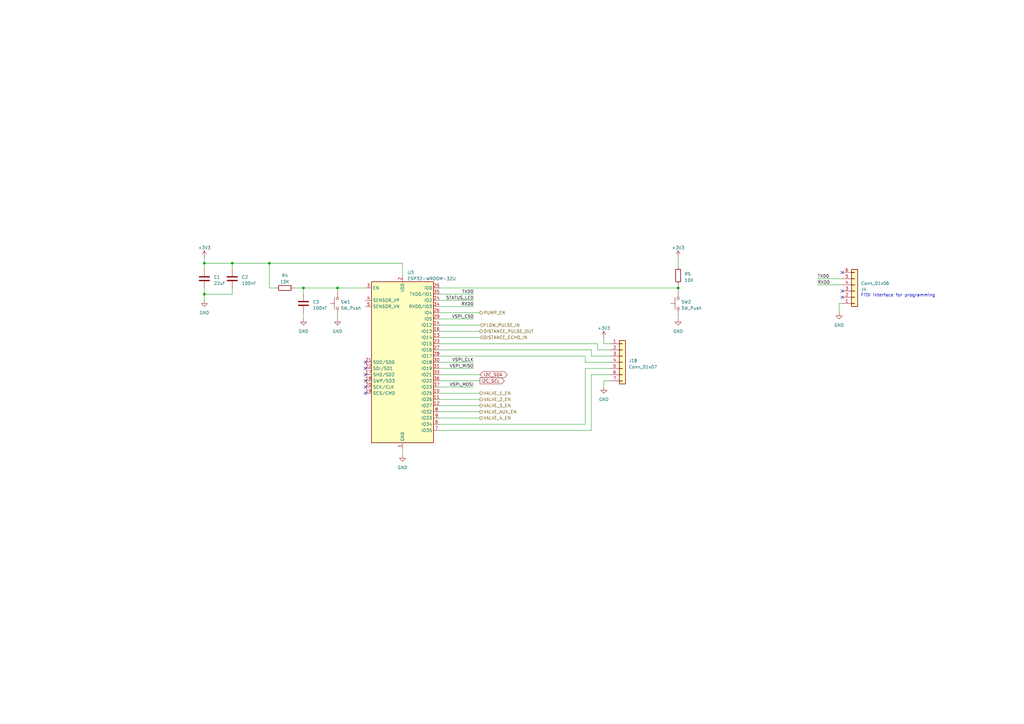
<source format=kicad_sch>
(kicad_sch (version 20250114) (generator "eeschema") (generator_version "9.0")
  (paper "A3")
  (title_block (title "Microcontroller") (date "2023-07-05") (rev "0.1") (company "SnowdenLabs") (comment 1 "Thyme after Thyme"))
  (lib_symbols
    (symbol "Connector_Generic:Conn_01x06" (pin_names (offset 1.016) (hide yes))
      (property "Reference" "J" (at 0 7.62 0))
      (property "Value" "Conn_01x06" (at 0 -10.16 0))
      (symbol "Conn_01x06_1_1"
        (rectangle (start -1.27 6.35) (end 1.27 -8.89) (stroke (width 0.254)) (fill (type background)))
        (rectangle (start -1.27 5.207) (end 0 4.953) (stroke (width 0.1524)))
        (rectangle (start -1.27 2.667) (end 0 2.413) (stroke (width 0.1524)))
        (rectangle (start -1.27 0.127) (end 0 -0.127) (stroke (width 0.1524)))
        (rectangle (start -1.27 -2.413) (end 0 -2.667) (stroke (width 0.1524)))
        (rectangle (start -1.27 -4.953) (end 0 -5.207) (stroke (width 0.1524)))
        (rectangle (start -1.27 -7.493) (end 0 -7.747) (stroke (width 0.1524)))
        (pin passive line (at -5.08 5.08 0) (length 3.81) (name "Pin_1") (number "1"))
        (pin passive line (at -5.08 2.54 0) (length 3.81) (name "Pin_2") (number "2"))
        (pin passive line (at -5.08 0 0) (length 3.81) (name "Pin_3") (number "3"))
        (pin passive line (at -5.08 -2.54 0) (length 3.81) (name "Pin_4") (number "4"))
        (pin passive line (at -5.08 -5.08 0) (length 3.81) (name "Pin_5") (number "5"))
        (pin passive line (at -5.08 -7.62 0) (length 3.81) (name "Pin_6") (number "6"))
      )
    )
    (symbol "Connector_Generic:Conn_01x07" (pin_names (offset 1.016) (hide yes))
      (property "Reference" "J" (at 0 10.16 0))
      (property "Value" "Conn_01x07" (at 0 -10.16 0))
      (symbol "Conn_01x07_1_1"
        (rectangle (start -1.27 8.89) (end 1.27 -8.89) (stroke (width 0.254)) (fill (type background)))
        (rectangle (start -1.27 7.747) (end 0 7.493) (stroke (width 0.1524)))
        (rectangle (start -1.27 5.207) (end 0 4.953) (stroke (width 0.1524)))
        (rectangle (start -1.27 2.667) (end 0 2.413) (stroke (width 0.1524)))
        (rectangle (start -1.27 0.127) (end 0 -0.127) (stroke (width 0.1524)))
        (rectangle (start -1.27 -2.413) (end 0 -2.667) (stroke (width 0.1524)))
        (rectangle (start -1.27 -4.953) (end 0 -5.207) (stroke (width 0.1524)))
        (rectangle (start -1.27 -7.493) (end 0 -7.747) (stroke (width 0.1524)))
        (pin passive line (at -5.08 7.62 0) (length 3.81) (name "Pin_1") (number "1"))
        (pin passive line (at -5.08 5.08 0) (length 3.81) (name "Pin_2") (number "2"))
        (pin passive line (at -5.08 2.54 0) (length 3.81) (name "Pin_3") (number "3"))
        (pin passive line (at -5.08 0 0) (length 3.81) (name "Pin_4") (number "4"))
        (pin passive line (at -5.08 -2.54 0) (length 3.81) (name "Pin_5") (number "5"))
        (pin passive line (at -5.08 -5.08 0) (length 3.81) (name "Pin_6") (number "6"))
        (pin passive line (at -5.08 -7.62 0) (length 3.81) (name "Pin_7") (number "7"))
      )
    )
    (symbol "Device:C" (pin_numbers (hide yes)) (pin_names (offset 0.254))
      (property "Reference" "C" (at 0.635 2.54 0))
      (property "Value" "C" (at 0.635 -2.54 0))
      (symbol "C_0_1"
        (polyline (pts (xy -2.032 0.762) (xy 2.032 0.762)) (stroke (width 0.508)))
        (polyline (pts (xy -2.032 -0.762) (xy 2.032 -0.762)) (stroke (width 0.508)))
      )
      (symbol "C_1_1"
        (pin passive line (at 0 3.81 270) (length 2.794) (name "~") (number "1"))
        (pin passive line (at 0 -3.81 90) (length 2.794) (name "~") (number "2"))
      )
    )
    (symbol "Device:R" (pin_numbers (hide yes)) (pin_names (offset 0))
      (property "Reference" "R" (at 2.032 0 90))
      (property "Value" "R" (at 0 0 90))
      (symbol "R_0_1"
        (rectangle (start -1.016 -2.54) (end 1.016 2.54) (stroke (width 0.254)))
      )
      (symbol "R_1_1"
        (pin passive line (at 0 3.81 270) (length 1.27) (name "~") (number "1"))
        (pin passive line (at 0 -3.81 90) (length 1.27) (name "~") (number "2"))
      )
    )
    (symbol "RF_Module:ESP32-WROOM-32U"
      (property "Reference" "U" (at -12.7 34.29 0))
      (property "Value" "ESP32-WROOM-32U" (at 1.27 34.29 0))
      (symbol "ESP32-WROOM-32U_0_1"
        (rectangle (start -12.7 33.02) (end 12.7 -33.02) (stroke (width 0.254)) (fill (type background)))
      )
      (symbol "ESP32-WROOM-32U_1_1"
        (pin input line (at -15.24 30.48 0) (length 2.54) (name "EN") (number "3"))
        (pin input line (at -15.24 25.4 0) (length 2.54) (name "SENSOR_VP") (number "4"))
        (pin input line (at -15.24 22.86 0) (length 2.54) (name "SENSOR_VN") (number "5"))
        (pin bidirectional line (at -15.24 0 0) (length 2.54) (name "SDO/SD0") (number "21"))
        (pin bidirectional line (at -15.24 -2.54 0) (length 2.54) (name "SDI/SD1") (number "22"))
        (pin bidirectional line (at -15.24 -5.08 0) (length 2.54) (name "SHD/SD2") (number "17"))
        (pin bidirectional line (at -15.24 -7.62 0) (length 2.54) (name "SWP/SD3") (number "18"))
        (pin bidirectional line (at -15.24 -10.16 0) (length 2.54) (name "SCK/CLK") (number "20"))
        (pin bidirectional line (at -15.24 -12.7 0) (length 2.54) (name "SCS/CMD") (number "19"))
        (pin no_connect line (at -12.7 -27.94 0) (length 2.54) (hide yes) (name "NC") (number "32"))
        (pin power_in line (at 0 35.56 270) (length 2.54) (name "VDD") (number "2"))
        (pin power_in line (at 0 -35.56 90) (length 2.54) (name "GND") (number "1"))
        (pin passive line (at 0 -35.56 90) (length 2.54) (hide yes) (name "GND") (number "15"))
        (pin passive line (at 0 -35.56 90) (length 2.54) (hide yes) (name "GND") (number "38"))
        (pin passive line (at 0 -35.56 90) (length 2.54) (hide yes) (name "GND") (number "39"))
        (pin bidirectional line (at 15.24 30.48 180) (length 2.54) (name "IO0") (number "25"))
        (pin bidirectional line (at 15.24 27.94 180) (length 2.54) (name "TXD0/IO1") (number "35"))
        (pin bidirectional line (at 15.24 25.4 180) (length 2.54) (name "IO2") (number "24"))
        (pin bidirectional line (at 15.24 22.86 180) (length 2.54) (name "RXD0/IO3") (number "34"))
        (pin bidirectional line (at 15.24 20.32 180) (length 2.54) (name "IO4") (number "26"))
        (pin bidirectional line (at 15.24 17.78 180) (length 2.54) (name "IO5") (number "29"))
        (pin bidirectional line (at 15.24 15.24 180) (length 2.54) (name "IO12") (number "14"))
        (pin bidirectional line (at 15.24 12.7 180) (length 2.54) (name "IO13") (number "16"))
        (pin bidirectional line (at 15.24 10.16 180) (length 2.54) (name "IO14") (number "13"))
        (pin bidirectional line (at 15.24 7.62 180) (length 2.54) (name "IO15") (number "23"))
        (pin bidirectional line (at 15.24 5.08 180) (length 2.54) (name "IO16") (number "27"))
        (pin bidirectional line (at 15.24 2.54 180) (length 2.54) (name "IO17") (number "28"))
        (pin bidirectional line (at 15.24 0 180) (length 2.54) (name "IO18") (number "30"))
        (pin bidirectional line (at 15.24 -2.54 180) (length 2.54) (name "IO19") (number "31"))
        (pin bidirectional line (at 15.24 -5.08 180) (length 2.54) (name "IO21") (number "33"))
        (pin bidirectional line (at 15.24 -7.62 180) (length 2.54) (name "IO22") (number "36"))
        (pin bidirectional line (at 15.24 -10.16 180) (length 2.54) (name "IO23") (number "37"))
        (pin bidirectional line (at 15.24 -12.7 180) (length 2.54) (name "IO25") (number "10"))
        (pin bidirectional line (at 15.24 -15.24 180) (length 2.54) (name "IO26") (number "11"))
        (pin bidirectional line (at 15.24 -17.78 180) (length 2.54) (name "IO27") (number "12"))
        (pin bidirectional line (at 15.24 -20.32 180) (length 2.54) (name "IO32") (number "8"))
        (pin bidirectional line (at 15.24 -22.86 180) (length 2.54) (name "IO33") (number "9"))
        (pin input line (at 15.24 -25.4 180) (length 2.54) (name "IO34") (number "6"))
        (pin input line (at 15.24 -27.94 180) (length 2.54) (name "IO35") (number "7"))
      )
    )
    (symbol "Switch:SW_Push" (pin_numbers (hide yes)) (pin_names (offset 1.016) (hide yes))
      (property "Reference" "SW" (at 1.27 2.54 0))
      (property "Value" "SW_Push" (at 0 -1.524 0))
      (symbol "SW_Push_0_1"
        (circle (center -2.032 0) (radius 0.508))
        (polyline (pts (xy 0 1.27) (xy 0 3.048)))
        (circle (center 2.032 0) (radius 0.508))
        (polyline (pts (xy 2.54 1.27) (xy -2.54 1.27)))
        (pin passive line (at -5.08 0 0) (length 2.54) (name "1") (number "1"))
        (pin passive line (at 5.08 0 180) (length 2.54) (name "2") (number "2"))
      )
    )
    (symbol "power:+3V3" (power) (pin_names (offset 0))
      (property "Value" "+3V3" (at 0 3.556 0))
      (symbol "+3V3_0_1"
        (polyline (pts (xy -0.762 1.27) (xy 0 2.54)))
        (polyline (pts (xy 0 2.54) (xy 0.762 1.27)))
        (polyline (pts (xy 0 0) (xy 0 2.54)))
      )
      (symbol "+3V3_1_1"
        (pin power_in line (at 0 0 90) (length 0) (hide yes) (name "+3V3") (number "1"))
      )
    )
    (symbol "power:GND" (power) (pin_names (offset 0))
      (property "Value" "GND" (at 0 -3.81 0))
      (symbol "GND_0_1"
        (polyline (pts (xy 0 0) (xy 0 -1.27) (xy 1.27 -1.27) (xy 0 -2.54) (xy -1.27 -1.27) (xy 0 -1.27)))
      )
      (symbol "GND_1_1"
        (pin power_in line (at 0 0 270) (length 0) (hide yes) (name "GND") (number "1"))
      )
    )
  )
  (text "FTDI interface for programming" (at 353.06 121.92 0) (effects (font (size 1.27 1.27)) (justify left bottom)))
  (junction (at 138.43 118.11))
  (junction (at 110.49 107.95))
  (junction (at 124.46 118.11))
  (junction (at 278.13 118.11))
  (junction (at 83.82 120.65))
  (junction (at 95.25 107.95))
  (junction (at 83.82 107.95))
  (no_connect (at 149.86 153.67))
  (no_connect (at 149.86 148.59))
  (no_connect (at 345.44 111.76))
  (no_connect (at 149.86 156.21))
  (no_connect (at 149.86 151.13))
  (no_connect (at 345.44 121.92))
  (no_connect (at 149.86 161.29))
  (no_connect (at 149.86 158.75))
  (no_connect (at 345.44 119.38))
  (wire (pts (xy 180.34 166.37) (xy 196.85 166.37)))
  (wire (pts (xy 95.25 110.49) (xy 95.25 107.95)))
  (wire (pts (xy 240.03 173.99) (xy 240.03 151.13)))
  (wire (pts (xy 240.03 148.59) (xy 250.19 148.59)))
  (wire (pts (xy 180.34 173.99) (xy 240.03 173.99)))
  (wire (pts (xy 278.13 105.41) (xy 278.13 109.22)))
  (wire (pts (xy 180.34 120.65) (xy 194.31 120.65)))
  (wire (pts (xy 242.57 153.67) (xy 250.19 153.67)))
  (wire (pts (xy 278.13 129.54) (xy 278.13 130.81)))
  (wire (pts (xy 247.65 156.21) (xy 247.65 158.75)))
  (wire (pts (xy 95.25 107.95) (xy 83.82 107.95)))
  (wire (pts (xy 138.43 129.54) (xy 138.43 130.81)))
  (wire (pts (xy 95.25 120.65) (xy 95.25 118.11)))
  (wire (pts (xy 180.34 161.29) (xy 196.85 161.29)))
  (wire (pts (xy 180.34 130.81) (xy 194.31 130.81)))
  (wire (pts (xy 83.82 105.41) (xy 83.82 107.95)))
  (wire (pts (xy 278.13 118.11) (xy 278.13 116.84)))
  (wire (pts (xy 242.57 176.53) (xy 242.57 153.67)))
  (wire (pts (xy 180.34 140.97) (xy 245.11 140.97)))
  (wire (pts (xy 138.43 118.11) (xy 138.43 119.38)))
  (wire (pts (xy 180.34 138.43) (xy 196.85 138.43)))
  (wire (pts (xy 180.34 153.67) (xy 196.85 153.67)))
  (wire (pts (xy 83.82 120.65) (xy 83.82 123.19)))
  (wire (pts (xy 165.1 184.15) (xy 165.1 186.69)))
  (wire (pts (xy 180.34 135.89) (xy 196.85 135.89)))
  (wire (pts (xy 95.25 107.95) (xy 110.49 107.95)))
  (wire (pts (xy 240.03 151.13) (xy 250.19 151.13)))
  (wire (pts (xy 180.34 158.75) (xy 194.31 158.75)))
  (wire (pts (xy 180.34 128.27) (xy 196.85 128.27)))
  (wire (pts (xy 250.19 156.21) (xy 247.65 156.21)))
  (wire (pts (xy 242.57 143.51) (xy 242.57 146.05)))
  (wire (pts (xy 180.34 151.13) (xy 194.31 151.13)))
  (wire (pts (xy 165.1 107.95) (xy 165.1 113.03)))
  (wire (pts (xy 240.03 146.05) (xy 240.03 148.59)))
  (wire (pts (xy 138.43 118.11) (xy 149.86 118.11)))
  (wire (pts (xy 345.44 124.46) (xy 344.17 124.46)))
  (wire (pts (xy 180.34 168.91) (xy 196.85 168.91)))
  (wire (pts (xy 124.46 118.11) (xy 124.46 120.65)))
  (wire (pts (xy 83.82 120.65) (xy 95.25 120.65)))
  (wire (pts (xy 180.34 143.51) (xy 242.57 143.51)))
  (wire (pts (xy 180.34 123.19) (xy 194.31 123.19)))
  (wire (pts (xy 110.49 107.95) (xy 165.1 107.95)))
  (wire (pts (xy 124.46 128.27) (xy 124.46 130.81)))
  (wire (pts (xy 180.34 118.11) (xy 278.13 118.11)))
  (wire (pts (xy 335.28 116.84) (xy 345.44 116.84)))
  (wire (pts (xy 113.03 118.11) (xy 110.49 118.11)))
  (wire (pts (xy 180.34 171.45) (xy 196.85 171.45)))
  (wire (pts (xy 110.49 107.95) (xy 110.49 118.11)))
  (wire (pts (xy 180.34 125.73) (xy 194.31 125.73)))
  (wire (pts (xy 245.11 143.51) (xy 250.19 143.51)))
  (wire (pts (xy 180.34 146.05) (xy 240.03 146.05)))
  (wire (pts (xy 335.28 114.3) (xy 345.44 114.3)))
  (wire (pts (xy 245.11 140.97) (xy 245.11 143.51)))
  (wire (pts (xy 180.34 163.83) (xy 196.85 163.83)))
  (wire (pts (xy 180.34 133.35) (xy 196.85 133.35)))
  (wire (pts (xy 120.65 118.11) (xy 124.46 118.11)))
  (wire (pts (xy 180.34 148.59) (xy 194.31 148.59)))
  (wire (pts (xy 247.65 140.97) (xy 247.65 138.43)))
  (wire (pts (xy 242.57 146.05) (xy 250.19 146.05)))
  (wire (pts (xy 180.34 176.53) (xy 242.57 176.53)))
  (wire (pts (xy 344.17 124.46) (xy 344.17 128.27)))
  (wire (pts (xy 180.34 156.21) (xy 196.85 156.21)))
  (wire (pts (xy 278.13 118.11) (xy 278.13 119.38)))
  (wire (pts (xy 83.82 107.95) (xy 83.82 110.49)))
  (wire (pts (xy 83.82 118.11) (xy 83.82 120.65)))
  (wire (pts (xy 250.19 140.97) (xy 247.65 140.97)))
  (wire (pts (xy 124.46 118.11) (xy 138.43 118.11)))
  (label "VSPI_CLK" (at 194.31 148.59 180))
  (label "RXD0" (at 194.31 125.73 180))
  (label "TXD0" (at 335.28 114.3 0))
  (label "RXD0" (at 335.28 116.84 0))
  (label "VSPI_MISO" (at 194.31 151.13 180))
  (label "TXD0" (at 194.31 120.65 180))
  (label "VSPI_MOSI" (at 194.31 158.75 180))
  (label "VSPI_CS0" (at 194.31 130.81 180))
  (label "STATUS_LED" (at 194.31 123.19 180))
  (global_label "I2C_SDA" (shape bidirectional) (at 196.85 153.67 0) (property "Intersheetrefs" "${INTERSHEET_REFS}" (effects (hide yes))))
  (global_label "I2C_SCL" (shape output) (at 196.85 156.21 0) (property "Intersheetrefs" "${INTERSHEET_REFS}" (effects (hide yes))))
  (hierarchical_label "DISTANCE_PULSE_OUT" (shape output) (at 196.85 135.89 0) (property "Intersheetrefs" "${INTERSHEET_REFS}" (effects (hide yes))))
  (hierarchical_label "VALVE_1_EN" (shape output) (at 196.85 161.29 0) (property "Intersheetrefs" "${INTERSHEET_REFS}" (effects (hide yes))))
  (hierarchical_label "PUMP_EN" (shape output) (at 196.85 128.27 0) (property "Intersheetrefs" "${INTERSHEET_REFS}" (effects (hide yes))))
  (hierarchical_label "VALVE_4_EN" (shape output) (at 196.85 171.45 0) (property "Intersheetrefs" "${INTERSHEET_REFS}" (effects (hide yes))))
  (hierarchical_label "DISTANCE_ECHO_IN" (shape input) (at 196.85 138.43 0) (property "Intersheetrefs" "${INTERSHEET_REFS}" (effects (hide yes))))
  (hierarchical_label "VALVE_2_EN" (shape output) (at 196.85 163.83 0) (property "Intersheetrefs" "${INTERSHEET_REFS}" (effects (hide yes))))
  (hierarchical_label "FLOW_PULSE_IN" (shape input) (at 196.85 133.35 0) (property "Intersheetrefs" "${INTERSHEET_REFS}" (effects (hide yes))))
  (hierarchical_label "VALVE_3_EN" (shape output) (at 196.85 166.37 0) (property "Intersheetrefs" "${INTERSHEET_REFS}" (effects (hide yes))))
  (hierarchical_label "VALVE_AUX_EN" (shape output) (at 196.85 168.91 0) (property "Intersheetrefs" "${INTERSHEET_REFS}" (effects (hide yes))))
  (symbol (lib_id "power:GND") (at 165.1 186.69 0) (unit 1)
    (property "Reference" "#PWR011" (effects (hide yes)))
    (property "Value" "GND" (at 165.1 191.77 0))
  )
  (symbol (lib_id "power:GND") (at 344.17 128.27 0) (unit 1)
    (property "Reference" "#PWR016" (effects (hide yes)))
    (property "Value" "GND" (at 344.17 133.35 0))
  )
  (symbol (lib_id "power:GND") (at 278.13 130.81 0) (unit 1)
    (property "Reference" "#PWR014" (effects (hide yes)))
    (property "Value" "GND" (at 278.13 135.89 0))
  )
  (symbol (lib_id "power:+3V3") (at 247.65 138.43 0) (unit 1)
    (property "Reference" "#PWR051" (effects (hide yes)))
    (property "Value" "+3V3" (at 247.65 134.62 0))
  )
  (symbol (lib_id "Connector_Generic:Conn_01x07") (at 255.27 148.59 0) (unit 1)
    (property "Reference" "J18" (at 257.81 147.955 0) (effects (justify left)))
    (property "Value" "Conn_01x07" (at 257.81 150.495 0) (effects (justify left)))
  )
  (symbol (lib_id "power:GND") (at 138.43 130.81 0) (unit 1)
    (property "Reference" "#PWR013" (effects (hide yes)))
    (property "Value" "GND" (at 138.43 135.89 0))
  )
  (symbol (lib_id "Device:C") (at 83.82 114.3 0) (unit 1)
    (property "Reference" "C1" (at 87.63 113.665 0) (effects (justify left)))
    (property "Value" "22uF" (at 87.63 116.205 0) (effects (justify left)))
  )
  (symbol (lib_id "Device:R") (at 278.13 113.03 180) (unit 1)
    (property "Reference" "R5" (at 280.67 112.395 0) (effects (justify right)))
    (property "Value" "10K" (at 280.67 114.935 0) (effects (justify right)))
    (property "Footprint" "Resistor_SMD:R_0603_1608Metric" (effects (hide yes)))
  )
  (symbol (lib_id "Switch:SW_Push") (at 278.13 124.46 90) (unit 1)
    (property "Reference" "SW2" (at 279.4 123.825 90) (effects (justify right)))
    (property "Value" "SW_Push" (at 279.4 126.365 90) (effects (justify right)))
  )
  (symbol (lib_id "power:GND") (at 247.65 158.75 0) (unit 1)
    (property "Reference" "#PWR052" (effects (hide yes)))
    (property "Value" "GND" (at 247.65 163.83 0))
  )
  (symbol (lib_id "Device:C") (at 124.46 124.46 0) (unit 1)
    (property "Reference" "C3" (at 128.27 123.825 0) (effects (justify left)))
    (property "Value" "100nF" (at 128.27 126.365 0) (effects (justify left)))
  )
  (symbol (lib_id "Switch:SW_Push") (at 138.43 124.46 90) (unit 1)
    (property "Reference" "SW1" (at 139.7 123.825 90) (effects (justify right)))
    (property "Value" "SW_Push" (at 139.7 126.365 90) (effects (justify right)))
  )
  (symbol (lib_id "power:GND") (at 124.46 130.81 0) (unit 1)
    (property "Reference" "#PWR012" (effects (hide yes)))
    (property "Value" "GND" (at 124.46 135.89 0))
  )
  (symbol (lib_id "Connector_Generic:Conn_01x06") (at 350.52 119.38 0) (mirror x) (unit 1)
    (property "Reference" "J4" (at 353.06 118.745 0) (effects (justify left)))
    (property "Value" "Conn_01x06" (at 353.06 116.205 0) (effects (justify left)))
  )
  (symbol (lib_id "Device:R") (at 116.84 118.11 90) (unit 1)
    (property "Reference" "R4" (at 116.84 113.03 90))
    (property "Value" "10K" (at 116.84 115.57 90))
    (property "Footprint" "Resistor_SMD:R_0603_1608Metric" (effects (hide yes)))
  )
  (symbol (lib_id "Device:C") (at 95.25 114.3 0) (unit 1)
    (property "Reference" "C2" (at 99.06 113.665 0) (effects (justify left)))
    (property "Value" "100nF" (at 99.06 116.205 0) (effects (justify left)))
  )
  (symbol (lib_id "power:+3V3") (at 83.82 105.41 0) (unit 1)
    (property "Reference" "#PWR09" (effects (hide yes)))
    (property "Value" "+3V3" (at 83.82 101.6 0))
  )
  (symbol (lib_id "power:GND") (at 83.82 123.19 0) (unit 1)
    (property "Reference" "#PWR010" (effects (hide yes)))
    (property "Value" "GND" (at 83.82 128.27 0))
  )
  (symbol (lib_id "RF_Module:ESP32-WROOM-32U") (at 165.1 148.59 0) (unit 1)
    (property "Reference" "U3" (at 167.0559 111.76 0) (effects (justify left)))
    (property "Value" "ESP32-WROOM-32U" (at 167.0559 114.3 0) (effects (justify left)))
    (property "Footprint" "RF_Module:ESP32-WROOM-32U" (effects (hide yes)))
    (property "Datasheet" "https://www.espressif.com/sites/default/files/documentation/esp32-wroom-32d_esp32-wroom-32u_datasheet_en.pdf" (effects (hide yes)))
  )
  (symbol (lib_id "power:+3V3") (at 278.13 105.41 0) (unit 1)
    (property "Reference" "#PWR015" (effects (hide yes)))
    (property "Value" "+3V3" (at 278.13 101.6 0))
  )
)
</source>
